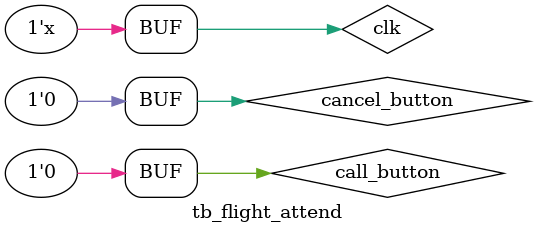
<source format=v>
`timescale 1ns / 1ps

module tb_flight_attend;

reg clk;
reg call_button;
reg cancel_button;

wire light_state;

flight_attend ul(
.clk(clk),
.call_button(call_button),
.cancel_button(cancel_button),
.light_state(light_state)
);

initial
begin

clk = 0;
call_button = 0;
cancel_button = 0;

#10;
call_button = 1;
cancel_button = 0;

#10;
call_button = 0;
cancel_button = 1;

#10;
call_button = 1;
cancel_button = 1;

#10;
call_button = 0;
cancel_button = 0;

#10;
call_button = 1;
cancel_button = 0;

#10;
cancel_button = 1;

#20;
cancel_button = 0;

#20;
call_button = 0;
cancel_button = 1;

#20;
call_button = 0;
cancel_button = 0;

end

always
#5 clk = ~clk;

endmodule

</source>
